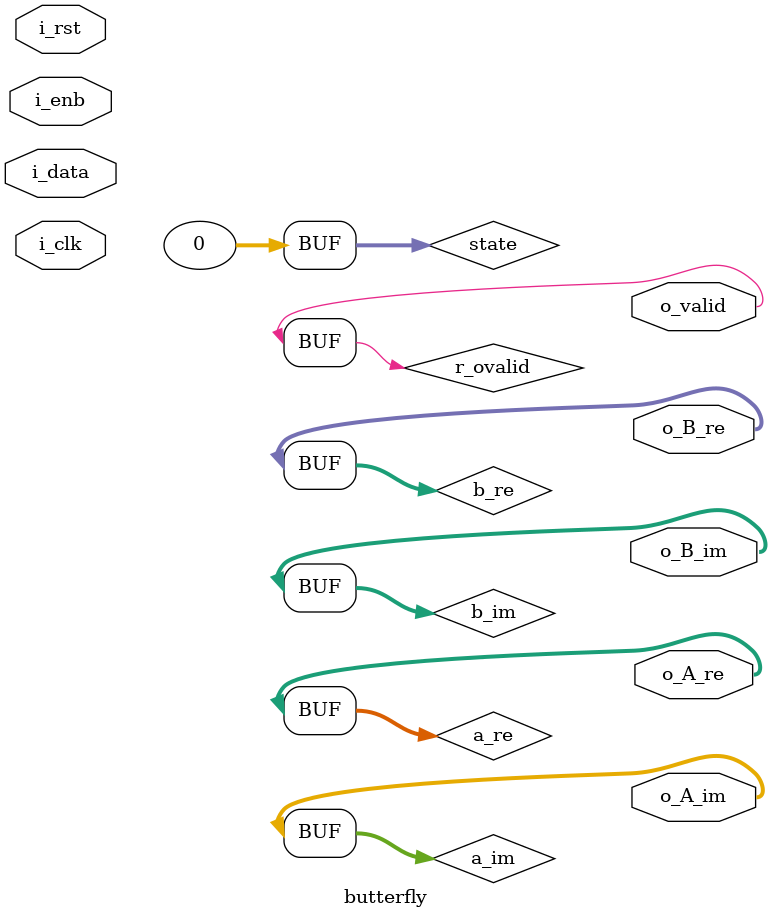
<source format=sv>
module butterfly(i_clk, i_rst, i_data, i_enb, o_valid, o_A_re, o_A_im, o_B_re, o_B_im);
localparam ALEN = 240;
//-----		INPUTS		------------------------------------------------------------------	
	input i_clk;
	input i_rst;
	input i_enb;
	input [7:0]  i_data;
//-----		OUTPUTS		------------------------------------------------------------------	
	output [31:0] o_A_re;
	output [31:0] o_A_im;
	output [31:0] o_B_re;
	output [31:0] o_B_im;
	output o_valid;
//-----    WIRES         -----------------------------------------------------------------
//-----    REGS         ------------------------------------------------------------------

reg [7:0] ps[ALEN];
reg [7:0] index;
reg r_ovalid;

reg [31:0] fpu_mul_a[4];
reg [31:0] fpu_mul_b[4];
reg [31:0] fpu_mul_out[4];
reg [7:0] fpu_wait;

reg [31:0] fpu_sub_a[2];
reg [31:0] fpu_sub_b[2];
reg [31:0] fpu_sub_out[2];
reg [31:0] fpu_add_a[2];
reg [31:0] fpu_add_b[2];
reg [31:0] fpu_add_out[2];

reg [31:0] a_re;
reg [31:0] a_im;
reg [31:0] b_re;
reg [31:0] b_im;

wire [31:0] x_re;
wire [31:0] x_im;
wire [31:0] y_re;
wire [31:0] y_im;
wire [31:0] w_re;
wire [31:0] w_im;

genvar i;
//========================================================================================
//    		MODULE CONTENT		
//========================================================================================	
typedef enum {s_RECEIVING, s_MULTS, s_WAIT_MULTS, s_ADDS, s_WAIT_ADDS, s_ADDS2, s_WAIT_ADDS2} invsqrt_state;
invsqrt_state 					           state          = s_RECEIVING;

/*
generate
	for(i=0;i<4;i++) begin: fpumuls
	fpumul fpumulinst (
		.clk (i_clk),    //    clk.clk
		.areset(1'b0), // areset.reset
		.a(fpu_mul_a[i]),
		.b(fpu_mul_b[i]),//      a.a
		.q(fpu_mul_out[i])       //      q.q
	);
	end
endgenerate

fpusub fpusub0 (
		.clk (i_clk),    //    clk.clk
		.areset(1'b0), // areset.reset
		.a(fpu_sub_a[0]),
		.b(fpu_sub_b[0]),//      a.a
		.q(fpu_sub_out[0]) 
);
fpusub fpusub1 (
		.clk (i_clk),    //    clk.clk
		.areset(1'b0), // areset.reset
		.a(fpu_sub_a[1]),
		.b(fpu_sub_b[1]),//      a.a
		.q(fpu_sub_out[1]) 
);

fpuadd fpuadd0 (
		.clk (i_clk),    //    clk.clk
		.areset(1'b0), // areset.reset
		.a(fpu_add_a[0]),
		.b(fpu_add_b[0]),//      a.a
		.q(fpu_add_out[0]) 
);
fpuadd fpuadd1 (
		.clk (i_clk),    //    clk.clk
		.areset(1'b0), // areset.reset
		.a(fpu_add_a[1]),
		.b(fpu_add_b[1]),//      a.a
		.q(fpu_add_out[1]) 
);


//-----------------------------------------------------------------------------
//-----		MODULE CONTENT		-------------------------------------------------
//-----------------------------------------------------------------------------

always @(posedge i_clk) begin
	if (i_rst) begin
		state <= s_RECEIVING;
		index <= 0;
		r_ovalid <= 1'b0;
		fpu_wait <= 0;
		
	end else begin
		r_ovalid <= 1'b0;
		case (state)
			s_RECEIVING: begin
				r_ovalid <= 1'b0;
				if (i_enb) begin
					ps[index] <= i_data;
					if (index == ALEN - 1) begin
						index <= 0;
						state <= s_MULTS;
					end else
						index <= index + 1'b1;
				end
			end
			
			s_MULTS: begin
				fpu_mul_a[0] <= y_re;
				fpu_mul_b[0] <= w_re;
				
				fpu_mul_a[1] <= w_im;
				fpu_mul_b[1] <= y_im;
				
				fpu_mul_a[2] <= w_re;
				fpu_mul_b[2] <= y_im;
				
				fpu_mul_a[3] <= y_re;
				fpu_mul_b[3] <= w_im;
				
				state <= s_WAIT_MULTS;
				fpu_wait <= 0;
			end
			
			s_WAIT_MULTS: begin
				if (fpu_wait == 20) begin
					state <= s_ADDS;
				end else begin
					fpu_wait <= fpu_wait + 1;
				end
			end
			
			s_ADDS: begin
				fpu_sub_a[0] <= fpu_mul_out[0];
				fpu_sub_b[0] <= fpu_mul_out[1];
				
				fpu_add_a[0] <= fpu_mul_out[2];
				fpu_add_b[0] <= fpu_mul_out[3];
				
				state <= s_WAIT_ADDS;
				fpu_wait <= 0;
			end
			
			s_WAIT_ADDS: begin
				if (fpu_wait == 20) begin
					state <= s_ADDS2;
				end else begin
					fpu_wait <= fpu_wait + 1;
				end
			end
			
			s_ADDS2: begin
				fpu_add_a[0] <= x_re;
				fpu_add_b[0] <= fpu_sub_out[0];
				fpu_add_a[1] <= x_im;
				fpu_add_b[1] <= fpu_add_out[0];
				
				fpu_sub_a[0] <= x_re;
				fpu_sub_b[0] <= fpu_sub_out[0];
				fpu_sub_a[1] <= x_im;
				fpu_sub_b[1] <= fpu_add_out[0];
				
				state <= s_WAIT_ADDS2;
				fpu_wait <= 0;
			end
			
			s_WAIT_ADDS2: begin
				if (fpu_wait == 20) begin
					a_re <= fpu_add_out[0];
					a_im <= fpu_add_out[1];
					b_re <= fpu_sub_out[0];
					b_im <= fpu_sub_out[1];
					r_ovalid <= 1'b1;
						
					if (index == ALEN - 24) begin
						state <= s_RECEIVING;
						index <= 0;
					end else begin
						index <= index + 24;
						state <= s_MULTS;
					end
				end else begin
					fpu_wait <= fpu_wait + 1;
				end
			end
			
		endcase
	end
end
	*/
	assign x_re = {ps[index], ps[index + 1], ps[index + 2], ps[index + 3]};
	assign x_im = {ps[index + 4], ps[index + 5], ps[index + 6], ps[index + 7]};
	assign y_re = {ps[index + 8], ps[index + 9], ps[index + 10], ps[index + 11]};
	assign y_im = {ps[index + 12], ps[index + 13], ps[index + 14], ps[index + 15]};
	assign w_re = {ps[index + 16], ps[index + 17], ps[index + 18], ps[index + 19]};
	assign w_im = {ps[index + 20], ps[index + 21], ps[index + 22], ps[index + 23]};
	
	assign o_A_re = a_re; 	// Just a dummy assignement. Replace with your code.
	assign o_A_im = a_im; 	// Just a dummy assignement. Replace with your code.
	assign o_B_re = b_re; 	// Just a dummy assignement. Replace with your code.
	assign o_B_im = b_im; 	// Just a dummy assignement. Replace with your code.
	assign o_valid = r_ovalid;		// Just a dummy assignement. Replace with your code.	
	
endmodule 
</source>
